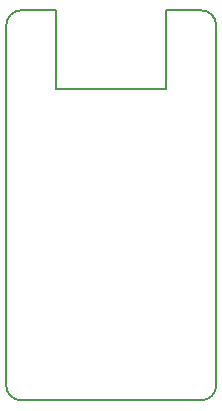
<source format=gm1>
G04 #@! TF.GenerationSoftware,KiCad,Pcbnew,(5.99.0-11424-g2f41dd4074)*
G04 #@! TF.CreationDate,2021-09-18T21:26:06+03:00*
G04 #@! TF.ProjectId,goldfish,676f6c64-6669-4736-982e-6b696361645f,C*
G04 #@! TF.SameCoordinates,Original*
G04 #@! TF.FileFunction,Profile,NP*
%FSLAX46Y46*%
G04 Gerber Fmt 4.6, Leading zero omitted, Abs format (unit mm)*
G04 Created by KiCad (PCBNEW (5.99.0-11424-g2f41dd4074)) date 2021-09-18 21:26:06*
%MOMM*%
%LPD*%
G01*
G04 APERTURE LIST*
G04 #@! TA.AperFunction,Profile*
%ADD10C,0.150000*%
G04 #@! TD*
G04 APERTURE END LIST*
D10*
X21110000Y-55240000D02*
G75*
G03*
X22380000Y-56510000I1270000J0D01*
G01*
X38890000Y-24760000D02*
G75*
G03*
X37620000Y-23490000I-1270000J0D01*
G01*
X21110000Y-24760000D02*
X21110000Y-55240000D01*
X37620000Y-56510000D02*
G75*
G03*
X38890000Y-55240000I0J1270000D01*
G01*
X38890000Y-55240000D02*
X38890000Y-24760000D01*
X22380000Y-56510000D02*
X37620000Y-56510000D01*
X22380000Y-23490000D02*
G75*
G03*
X21110000Y-24760000I0J-1270000D01*
G01*
X34670000Y-30140000D02*
X25330000Y-30140000D01*
X25330000Y-23490000D02*
X22380000Y-23490000D01*
X37620000Y-23490000D02*
X34670000Y-23490000D01*
X34670000Y-23490000D02*
X34670000Y-30140000D01*
X25330000Y-30140000D02*
X25330000Y-23490000D01*
M02*

</source>
